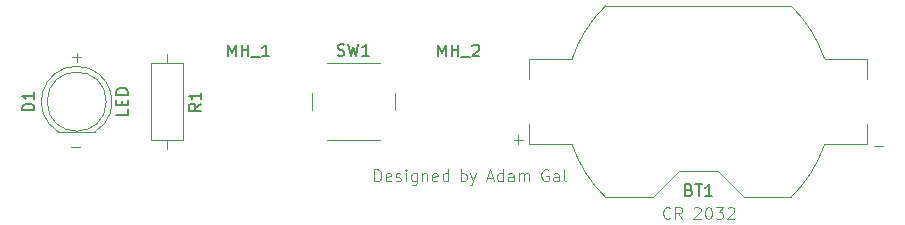
<source format=gbr>
%TF.GenerationSoftware,KiCad,Pcbnew,(7.0.0)*%
%TF.CreationDate,2023-02-26T22:34:47+01:00*%
%TF.ProjectId,Prj_1_LED_torch,50726a5f-315f-44c4-9544-5f746f726368,0.1*%
%TF.SameCoordinates,Original*%
%TF.FileFunction,Legend,Top*%
%TF.FilePolarity,Positive*%
%FSLAX46Y46*%
G04 Gerber Fmt 4.6, Leading zero omitted, Abs format (unit mm)*
G04 Created by KiCad (PCBNEW (7.0.0)) date 2023-02-26 22:34:47*
%MOMM*%
%LPD*%
G01*
G04 APERTURE LIST*
%ADD10C,0.100000*%
%ADD11C,0.150000*%
%ADD12C,0.120000*%
G04 APERTURE END LIST*
D10*
X176926904Y-149823571D02*
X176165000Y-149823571D01*
X145653095Y-149261428D02*
X146415000Y-149261428D01*
X146034047Y-149642380D02*
X146034047Y-148880476D01*
X108188095Y-149896428D02*
X108950000Y-149896428D01*
X158924523Y-155897142D02*
X158876904Y-155944761D01*
X158876904Y-155944761D02*
X158734047Y-155992380D01*
X158734047Y-155992380D02*
X158638809Y-155992380D01*
X158638809Y-155992380D02*
X158495952Y-155944761D01*
X158495952Y-155944761D02*
X158400714Y-155849523D01*
X158400714Y-155849523D02*
X158353095Y-155754285D01*
X158353095Y-155754285D02*
X158305476Y-155563809D01*
X158305476Y-155563809D02*
X158305476Y-155420952D01*
X158305476Y-155420952D02*
X158353095Y-155230476D01*
X158353095Y-155230476D02*
X158400714Y-155135238D01*
X158400714Y-155135238D02*
X158495952Y-155040000D01*
X158495952Y-155040000D02*
X158638809Y-154992380D01*
X158638809Y-154992380D02*
X158734047Y-154992380D01*
X158734047Y-154992380D02*
X158876904Y-155040000D01*
X158876904Y-155040000D02*
X158924523Y-155087619D01*
X159924523Y-155992380D02*
X159591190Y-155516190D01*
X159353095Y-155992380D02*
X159353095Y-154992380D01*
X159353095Y-154992380D02*
X159734047Y-154992380D01*
X159734047Y-154992380D02*
X159829285Y-155040000D01*
X159829285Y-155040000D02*
X159876904Y-155087619D01*
X159876904Y-155087619D02*
X159924523Y-155182857D01*
X159924523Y-155182857D02*
X159924523Y-155325714D01*
X159924523Y-155325714D02*
X159876904Y-155420952D01*
X159876904Y-155420952D02*
X159829285Y-155468571D01*
X159829285Y-155468571D02*
X159734047Y-155516190D01*
X159734047Y-155516190D02*
X159353095Y-155516190D01*
X160905476Y-155087619D02*
X160953095Y-155040000D01*
X160953095Y-155040000D02*
X161048333Y-154992380D01*
X161048333Y-154992380D02*
X161286428Y-154992380D01*
X161286428Y-154992380D02*
X161381666Y-155040000D01*
X161381666Y-155040000D02*
X161429285Y-155087619D01*
X161429285Y-155087619D02*
X161476904Y-155182857D01*
X161476904Y-155182857D02*
X161476904Y-155278095D01*
X161476904Y-155278095D02*
X161429285Y-155420952D01*
X161429285Y-155420952D02*
X160857857Y-155992380D01*
X160857857Y-155992380D02*
X161476904Y-155992380D01*
X162095952Y-154992380D02*
X162191190Y-154992380D01*
X162191190Y-154992380D02*
X162286428Y-155040000D01*
X162286428Y-155040000D02*
X162334047Y-155087619D01*
X162334047Y-155087619D02*
X162381666Y-155182857D01*
X162381666Y-155182857D02*
X162429285Y-155373333D01*
X162429285Y-155373333D02*
X162429285Y-155611428D01*
X162429285Y-155611428D02*
X162381666Y-155801904D01*
X162381666Y-155801904D02*
X162334047Y-155897142D01*
X162334047Y-155897142D02*
X162286428Y-155944761D01*
X162286428Y-155944761D02*
X162191190Y-155992380D01*
X162191190Y-155992380D02*
X162095952Y-155992380D01*
X162095952Y-155992380D02*
X162000714Y-155944761D01*
X162000714Y-155944761D02*
X161953095Y-155897142D01*
X161953095Y-155897142D02*
X161905476Y-155801904D01*
X161905476Y-155801904D02*
X161857857Y-155611428D01*
X161857857Y-155611428D02*
X161857857Y-155373333D01*
X161857857Y-155373333D02*
X161905476Y-155182857D01*
X161905476Y-155182857D02*
X161953095Y-155087619D01*
X161953095Y-155087619D02*
X162000714Y-155040000D01*
X162000714Y-155040000D02*
X162095952Y-154992380D01*
X162762619Y-154992380D02*
X163381666Y-154992380D01*
X163381666Y-154992380D02*
X163048333Y-155373333D01*
X163048333Y-155373333D02*
X163191190Y-155373333D01*
X163191190Y-155373333D02*
X163286428Y-155420952D01*
X163286428Y-155420952D02*
X163334047Y-155468571D01*
X163334047Y-155468571D02*
X163381666Y-155563809D01*
X163381666Y-155563809D02*
X163381666Y-155801904D01*
X163381666Y-155801904D02*
X163334047Y-155897142D01*
X163334047Y-155897142D02*
X163286428Y-155944761D01*
X163286428Y-155944761D02*
X163191190Y-155992380D01*
X163191190Y-155992380D02*
X162905476Y-155992380D01*
X162905476Y-155992380D02*
X162810238Y-155944761D01*
X162810238Y-155944761D02*
X162762619Y-155897142D01*
X163762619Y-155087619D02*
X163810238Y-155040000D01*
X163810238Y-155040000D02*
X163905476Y-154992380D01*
X163905476Y-154992380D02*
X164143571Y-154992380D01*
X164143571Y-154992380D02*
X164238809Y-155040000D01*
X164238809Y-155040000D02*
X164286428Y-155087619D01*
X164286428Y-155087619D02*
X164334047Y-155182857D01*
X164334047Y-155182857D02*
X164334047Y-155278095D01*
X164334047Y-155278095D02*
X164286428Y-155420952D01*
X164286428Y-155420952D02*
X163715000Y-155992380D01*
X163715000Y-155992380D02*
X164334047Y-155992380D01*
X108265018Y-142276428D02*
X109026923Y-142276428D01*
X108645970Y-142657380D02*
X108645970Y-141895476D01*
X133873981Y-152789997D02*
X133873981Y-151789997D01*
X133873981Y-151789997D02*
X134112076Y-151789997D01*
X134112076Y-151789997D02*
X134254933Y-151837617D01*
X134254933Y-151837617D02*
X134350171Y-151932855D01*
X134350171Y-151932855D02*
X134397790Y-152028093D01*
X134397790Y-152028093D02*
X134445409Y-152218569D01*
X134445409Y-152218569D02*
X134445409Y-152361426D01*
X134445409Y-152361426D02*
X134397790Y-152551902D01*
X134397790Y-152551902D02*
X134350171Y-152647140D01*
X134350171Y-152647140D02*
X134254933Y-152742378D01*
X134254933Y-152742378D02*
X134112076Y-152789997D01*
X134112076Y-152789997D02*
X133873981Y-152789997D01*
X135254933Y-152742378D02*
X135159695Y-152789997D01*
X135159695Y-152789997D02*
X134969219Y-152789997D01*
X134969219Y-152789997D02*
X134873981Y-152742378D01*
X134873981Y-152742378D02*
X134826362Y-152647140D01*
X134826362Y-152647140D02*
X134826362Y-152266188D01*
X134826362Y-152266188D02*
X134873981Y-152170950D01*
X134873981Y-152170950D02*
X134969219Y-152123331D01*
X134969219Y-152123331D02*
X135159695Y-152123331D01*
X135159695Y-152123331D02*
X135254933Y-152170950D01*
X135254933Y-152170950D02*
X135302552Y-152266188D01*
X135302552Y-152266188D02*
X135302552Y-152361426D01*
X135302552Y-152361426D02*
X134826362Y-152456664D01*
X135683505Y-152742378D02*
X135778743Y-152789997D01*
X135778743Y-152789997D02*
X135969219Y-152789997D01*
X135969219Y-152789997D02*
X136064457Y-152742378D01*
X136064457Y-152742378D02*
X136112076Y-152647140D01*
X136112076Y-152647140D02*
X136112076Y-152599521D01*
X136112076Y-152599521D02*
X136064457Y-152504283D01*
X136064457Y-152504283D02*
X135969219Y-152456664D01*
X135969219Y-152456664D02*
X135826362Y-152456664D01*
X135826362Y-152456664D02*
X135731124Y-152409045D01*
X135731124Y-152409045D02*
X135683505Y-152313807D01*
X135683505Y-152313807D02*
X135683505Y-152266188D01*
X135683505Y-152266188D02*
X135731124Y-152170950D01*
X135731124Y-152170950D02*
X135826362Y-152123331D01*
X135826362Y-152123331D02*
X135969219Y-152123331D01*
X135969219Y-152123331D02*
X136064457Y-152170950D01*
X136540648Y-152789997D02*
X136540648Y-152123331D01*
X136540648Y-151789997D02*
X136493029Y-151837617D01*
X136493029Y-151837617D02*
X136540648Y-151885236D01*
X136540648Y-151885236D02*
X136588267Y-151837617D01*
X136588267Y-151837617D02*
X136540648Y-151789997D01*
X136540648Y-151789997D02*
X136540648Y-151885236D01*
X137445409Y-152123331D02*
X137445409Y-152932855D01*
X137445409Y-152932855D02*
X137397790Y-153028093D01*
X137397790Y-153028093D02*
X137350171Y-153075712D01*
X137350171Y-153075712D02*
X137254933Y-153123331D01*
X137254933Y-153123331D02*
X137112076Y-153123331D01*
X137112076Y-153123331D02*
X137016838Y-153075712D01*
X137445409Y-152742378D02*
X137350171Y-152789997D01*
X137350171Y-152789997D02*
X137159695Y-152789997D01*
X137159695Y-152789997D02*
X137064457Y-152742378D01*
X137064457Y-152742378D02*
X137016838Y-152694759D01*
X137016838Y-152694759D02*
X136969219Y-152599521D01*
X136969219Y-152599521D02*
X136969219Y-152313807D01*
X136969219Y-152313807D02*
X137016838Y-152218569D01*
X137016838Y-152218569D02*
X137064457Y-152170950D01*
X137064457Y-152170950D02*
X137159695Y-152123331D01*
X137159695Y-152123331D02*
X137350171Y-152123331D01*
X137350171Y-152123331D02*
X137445409Y-152170950D01*
X137921600Y-152123331D02*
X137921600Y-152789997D01*
X137921600Y-152218569D02*
X137969219Y-152170950D01*
X137969219Y-152170950D02*
X138064457Y-152123331D01*
X138064457Y-152123331D02*
X138207314Y-152123331D01*
X138207314Y-152123331D02*
X138302552Y-152170950D01*
X138302552Y-152170950D02*
X138350171Y-152266188D01*
X138350171Y-152266188D02*
X138350171Y-152789997D01*
X139207314Y-152742378D02*
X139112076Y-152789997D01*
X139112076Y-152789997D02*
X138921600Y-152789997D01*
X138921600Y-152789997D02*
X138826362Y-152742378D01*
X138826362Y-152742378D02*
X138778743Y-152647140D01*
X138778743Y-152647140D02*
X138778743Y-152266188D01*
X138778743Y-152266188D02*
X138826362Y-152170950D01*
X138826362Y-152170950D02*
X138921600Y-152123331D01*
X138921600Y-152123331D02*
X139112076Y-152123331D01*
X139112076Y-152123331D02*
X139207314Y-152170950D01*
X139207314Y-152170950D02*
X139254933Y-152266188D01*
X139254933Y-152266188D02*
X139254933Y-152361426D01*
X139254933Y-152361426D02*
X138778743Y-152456664D01*
X140112076Y-152789997D02*
X140112076Y-151789997D01*
X140112076Y-152742378D02*
X140016838Y-152789997D01*
X140016838Y-152789997D02*
X139826362Y-152789997D01*
X139826362Y-152789997D02*
X139731124Y-152742378D01*
X139731124Y-152742378D02*
X139683505Y-152694759D01*
X139683505Y-152694759D02*
X139635886Y-152599521D01*
X139635886Y-152599521D02*
X139635886Y-152313807D01*
X139635886Y-152313807D02*
X139683505Y-152218569D01*
X139683505Y-152218569D02*
X139731124Y-152170950D01*
X139731124Y-152170950D02*
X139826362Y-152123331D01*
X139826362Y-152123331D02*
X140016838Y-152123331D01*
X140016838Y-152123331D02*
X140112076Y-152170950D01*
X141188267Y-152789997D02*
X141188267Y-151789997D01*
X141188267Y-152170950D02*
X141283505Y-152123331D01*
X141283505Y-152123331D02*
X141473981Y-152123331D01*
X141473981Y-152123331D02*
X141569219Y-152170950D01*
X141569219Y-152170950D02*
X141616838Y-152218569D01*
X141616838Y-152218569D02*
X141664457Y-152313807D01*
X141664457Y-152313807D02*
X141664457Y-152599521D01*
X141664457Y-152599521D02*
X141616838Y-152694759D01*
X141616838Y-152694759D02*
X141569219Y-152742378D01*
X141569219Y-152742378D02*
X141473981Y-152789997D01*
X141473981Y-152789997D02*
X141283505Y-152789997D01*
X141283505Y-152789997D02*
X141188267Y-152742378D01*
X141997791Y-152123331D02*
X142235886Y-152789997D01*
X142473981Y-152123331D02*
X142235886Y-152789997D01*
X142235886Y-152789997D02*
X142140648Y-153028093D01*
X142140648Y-153028093D02*
X142093029Y-153075712D01*
X142093029Y-153075712D02*
X141997791Y-153123331D01*
X143407315Y-152504283D02*
X143883505Y-152504283D01*
X143312077Y-152789997D02*
X143645410Y-151789997D01*
X143645410Y-151789997D02*
X143978743Y-152789997D01*
X144740648Y-152789997D02*
X144740648Y-151789997D01*
X144740648Y-152742378D02*
X144645410Y-152789997D01*
X144645410Y-152789997D02*
X144454934Y-152789997D01*
X144454934Y-152789997D02*
X144359696Y-152742378D01*
X144359696Y-152742378D02*
X144312077Y-152694759D01*
X144312077Y-152694759D02*
X144264458Y-152599521D01*
X144264458Y-152599521D02*
X144264458Y-152313807D01*
X144264458Y-152313807D02*
X144312077Y-152218569D01*
X144312077Y-152218569D02*
X144359696Y-152170950D01*
X144359696Y-152170950D02*
X144454934Y-152123331D01*
X144454934Y-152123331D02*
X144645410Y-152123331D01*
X144645410Y-152123331D02*
X144740648Y-152170950D01*
X145645410Y-152789997D02*
X145645410Y-152266188D01*
X145645410Y-152266188D02*
X145597791Y-152170950D01*
X145597791Y-152170950D02*
X145502553Y-152123331D01*
X145502553Y-152123331D02*
X145312077Y-152123331D01*
X145312077Y-152123331D02*
X145216839Y-152170950D01*
X145645410Y-152742378D02*
X145550172Y-152789997D01*
X145550172Y-152789997D02*
X145312077Y-152789997D01*
X145312077Y-152789997D02*
X145216839Y-152742378D01*
X145216839Y-152742378D02*
X145169220Y-152647140D01*
X145169220Y-152647140D02*
X145169220Y-152551902D01*
X145169220Y-152551902D02*
X145216839Y-152456664D01*
X145216839Y-152456664D02*
X145312077Y-152409045D01*
X145312077Y-152409045D02*
X145550172Y-152409045D01*
X145550172Y-152409045D02*
X145645410Y-152361426D01*
X146121601Y-152789997D02*
X146121601Y-152123331D01*
X146121601Y-152218569D02*
X146169220Y-152170950D01*
X146169220Y-152170950D02*
X146264458Y-152123331D01*
X146264458Y-152123331D02*
X146407315Y-152123331D01*
X146407315Y-152123331D02*
X146502553Y-152170950D01*
X146502553Y-152170950D02*
X146550172Y-152266188D01*
X146550172Y-152266188D02*
X146550172Y-152789997D01*
X146550172Y-152266188D02*
X146597791Y-152170950D01*
X146597791Y-152170950D02*
X146693029Y-152123331D01*
X146693029Y-152123331D02*
X146835886Y-152123331D01*
X146835886Y-152123331D02*
X146931125Y-152170950D01*
X146931125Y-152170950D02*
X146978744Y-152266188D01*
X146978744Y-152266188D02*
X146978744Y-152789997D01*
X148578743Y-151837617D02*
X148483505Y-151789997D01*
X148483505Y-151789997D02*
X148340648Y-151789997D01*
X148340648Y-151789997D02*
X148197791Y-151837617D01*
X148197791Y-151837617D02*
X148102553Y-151932855D01*
X148102553Y-151932855D02*
X148054934Y-152028093D01*
X148054934Y-152028093D02*
X148007315Y-152218569D01*
X148007315Y-152218569D02*
X148007315Y-152361426D01*
X148007315Y-152361426D02*
X148054934Y-152551902D01*
X148054934Y-152551902D02*
X148102553Y-152647140D01*
X148102553Y-152647140D02*
X148197791Y-152742378D01*
X148197791Y-152742378D02*
X148340648Y-152789997D01*
X148340648Y-152789997D02*
X148435886Y-152789997D01*
X148435886Y-152789997D02*
X148578743Y-152742378D01*
X148578743Y-152742378D02*
X148626362Y-152694759D01*
X148626362Y-152694759D02*
X148626362Y-152361426D01*
X148626362Y-152361426D02*
X148435886Y-152361426D01*
X149483505Y-152789997D02*
X149483505Y-152266188D01*
X149483505Y-152266188D02*
X149435886Y-152170950D01*
X149435886Y-152170950D02*
X149340648Y-152123331D01*
X149340648Y-152123331D02*
X149150172Y-152123331D01*
X149150172Y-152123331D02*
X149054934Y-152170950D01*
X149483505Y-152742378D02*
X149388267Y-152789997D01*
X149388267Y-152789997D02*
X149150172Y-152789997D01*
X149150172Y-152789997D02*
X149054934Y-152742378D01*
X149054934Y-152742378D02*
X149007315Y-152647140D01*
X149007315Y-152647140D02*
X149007315Y-152551902D01*
X149007315Y-152551902D02*
X149054934Y-152456664D01*
X149054934Y-152456664D02*
X149150172Y-152409045D01*
X149150172Y-152409045D02*
X149388267Y-152409045D01*
X149388267Y-152409045D02*
X149483505Y-152361426D01*
X150102553Y-152789997D02*
X150007315Y-152742378D01*
X150007315Y-152742378D02*
X149959696Y-152647140D01*
X149959696Y-152647140D02*
X149959696Y-151789997D01*
D11*
%TO.C,MH_1*%
X121475714Y-142217380D02*
X121475714Y-141217380D01*
X121475714Y-141217380D02*
X121809047Y-141931666D01*
X121809047Y-141931666D02*
X122142380Y-141217380D01*
X122142380Y-141217380D02*
X122142380Y-142217380D01*
X122618571Y-142217380D02*
X122618571Y-141217380D01*
X122618571Y-141693571D02*
X123189999Y-141693571D01*
X123189999Y-142217380D02*
X123189999Y-141217380D01*
X123428095Y-142312619D02*
X124189999Y-142312619D01*
X124951904Y-142217380D02*
X124380476Y-142217380D01*
X124666190Y-142217380D02*
X124666190Y-141217380D01*
X124666190Y-141217380D02*
X124570952Y-141360238D01*
X124570952Y-141360238D02*
X124475714Y-141455476D01*
X124475714Y-141455476D02*
X124380476Y-141503095D01*
%TO.C,MH_2*%
X139255714Y-142217380D02*
X139255714Y-141217380D01*
X139255714Y-141217380D02*
X139589047Y-141931666D01*
X139589047Y-141931666D02*
X139922380Y-141217380D01*
X139922380Y-141217380D02*
X139922380Y-142217380D01*
X140398571Y-142217380D02*
X140398571Y-141217380D01*
X140398571Y-141693571D02*
X140969999Y-141693571D01*
X140969999Y-142217380D02*
X140969999Y-141217380D01*
X141208095Y-142312619D02*
X141969999Y-142312619D01*
X142160476Y-141312619D02*
X142208095Y-141265000D01*
X142208095Y-141265000D02*
X142303333Y-141217380D01*
X142303333Y-141217380D02*
X142541428Y-141217380D01*
X142541428Y-141217380D02*
X142636666Y-141265000D01*
X142636666Y-141265000D02*
X142684285Y-141312619D01*
X142684285Y-141312619D02*
X142731904Y-141407857D01*
X142731904Y-141407857D02*
X142731904Y-141503095D01*
X142731904Y-141503095D02*
X142684285Y-141645952D01*
X142684285Y-141645952D02*
X142112857Y-142217380D01*
X142112857Y-142217380D02*
X142731904Y-142217380D01*
%TO.C,SW1*%
X130746667Y-142119761D02*
X130889524Y-142167380D01*
X130889524Y-142167380D02*
X131127619Y-142167380D01*
X131127619Y-142167380D02*
X131222857Y-142119761D01*
X131222857Y-142119761D02*
X131270476Y-142072142D01*
X131270476Y-142072142D02*
X131318095Y-141976904D01*
X131318095Y-141976904D02*
X131318095Y-141881666D01*
X131318095Y-141881666D02*
X131270476Y-141786428D01*
X131270476Y-141786428D02*
X131222857Y-141738809D01*
X131222857Y-141738809D02*
X131127619Y-141691190D01*
X131127619Y-141691190D02*
X130937143Y-141643571D01*
X130937143Y-141643571D02*
X130841905Y-141595952D01*
X130841905Y-141595952D02*
X130794286Y-141548333D01*
X130794286Y-141548333D02*
X130746667Y-141453095D01*
X130746667Y-141453095D02*
X130746667Y-141357857D01*
X130746667Y-141357857D02*
X130794286Y-141262619D01*
X130794286Y-141262619D02*
X130841905Y-141215000D01*
X130841905Y-141215000D02*
X130937143Y-141167380D01*
X130937143Y-141167380D02*
X131175238Y-141167380D01*
X131175238Y-141167380D02*
X131318095Y-141215000D01*
X131651429Y-141167380D02*
X131889524Y-142167380D01*
X131889524Y-142167380D02*
X132080000Y-141453095D01*
X132080000Y-141453095D02*
X132270476Y-142167380D01*
X132270476Y-142167380D02*
X132508572Y-141167380D01*
X133413333Y-142167380D02*
X132841905Y-142167380D01*
X133127619Y-142167380D02*
X133127619Y-141167380D01*
X133127619Y-141167380D02*
X133032381Y-141310238D01*
X133032381Y-141310238D02*
X132937143Y-141405476D01*
X132937143Y-141405476D02*
X132841905Y-141453095D01*
%TO.C,BT1*%
X160504285Y-153513571D02*
X160647142Y-153561190D01*
X160647142Y-153561190D02*
X160694761Y-153608809D01*
X160694761Y-153608809D02*
X160742380Y-153704047D01*
X160742380Y-153704047D02*
X160742380Y-153846904D01*
X160742380Y-153846904D02*
X160694761Y-153942142D01*
X160694761Y-153942142D02*
X160647142Y-153989761D01*
X160647142Y-153989761D02*
X160551904Y-154037380D01*
X160551904Y-154037380D02*
X160170952Y-154037380D01*
X160170952Y-154037380D02*
X160170952Y-153037380D01*
X160170952Y-153037380D02*
X160504285Y-153037380D01*
X160504285Y-153037380D02*
X160599523Y-153085000D01*
X160599523Y-153085000D02*
X160647142Y-153132619D01*
X160647142Y-153132619D02*
X160694761Y-153227857D01*
X160694761Y-153227857D02*
X160694761Y-153323095D01*
X160694761Y-153323095D02*
X160647142Y-153418333D01*
X160647142Y-153418333D02*
X160599523Y-153465952D01*
X160599523Y-153465952D02*
X160504285Y-153513571D01*
X160504285Y-153513571D02*
X160170952Y-153513571D01*
X161028095Y-153037380D02*
X161599523Y-153037380D01*
X161313809Y-154037380D02*
X161313809Y-153037380D01*
X162456666Y-154037380D02*
X161885238Y-154037380D01*
X162170952Y-154037380D02*
X162170952Y-153037380D01*
X162170952Y-153037380D02*
X162075714Y-153180238D01*
X162075714Y-153180238D02*
X161980476Y-153275476D01*
X161980476Y-153275476D02*
X161885238Y-153323095D01*
%TO.C,D1*%
X105067380Y-146788094D02*
X104067380Y-146788094D01*
X104067380Y-146788094D02*
X104067380Y-146549999D01*
X104067380Y-146549999D02*
X104115000Y-146407142D01*
X104115000Y-146407142D02*
X104210238Y-146311904D01*
X104210238Y-146311904D02*
X104305476Y-146264285D01*
X104305476Y-146264285D02*
X104495952Y-146216666D01*
X104495952Y-146216666D02*
X104638809Y-146216666D01*
X104638809Y-146216666D02*
X104829285Y-146264285D01*
X104829285Y-146264285D02*
X104924523Y-146311904D01*
X104924523Y-146311904D02*
X105019761Y-146407142D01*
X105019761Y-146407142D02*
X105067380Y-146549999D01*
X105067380Y-146549999D02*
X105067380Y-146788094D01*
X105067380Y-145264285D02*
X105067380Y-145835713D01*
X105067380Y-145549999D02*
X104067380Y-145549999D01*
X104067380Y-145549999D02*
X104210238Y-145645237D01*
X104210238Y-145645237D02*
X104305476Y-145740475D01*
X104305476Y-145740475D02*
X104353095Y-145835713D01*
X112987380Y-146692857D02*
X112987380Y-147169047D01*
X112987380Y-147169047D02*
X111987380Y-147169047D01*
X112463571Y-146359523D02*
X112463571Y-146026190D01*
X112987380Y-145883333D02*
X112987380Y-146359523D01*
X112987380Y-146359523D02*
X111987380Y-146359523D01*
X111987380Y-146359523D02*
X111987380Y-145883333D01*
X112987380Y-145454761D02*
X111987380Y-145454761D01*
X111987380Y-145454761D02*
X111987380Y-145216666D01*
X111987380Y-145216666D02*
X112035000Y-145073809D01*
X112035000Y-145073809D02*
X112130238Y-144978571D01*
X112130238Y-144978571D02*
X112225476Y-144930952D01*
X112225476Y-144930952D02*
X112415952Y-144883333D01*
X112415952Y-144883333D02*
X112558809Y-144883333D01*
X112558809Y-144883333D02*
X112749285Y-144930952D01*
X112749285Y-144930952D02*
X112844523Y-144978571D01*
X112844523Y-144978571D02*
X112939761Y-145073809D01*
X112939761Y-145073809D02*
X112987380Y-145216666D01*
X112987380Y-145216666D02*
X112987380Y-145454761D01*
%TO.C,R1*%
X119163785Y-146239036D02*
X118687595Y-146572369D01*
X119163785Y-146810464D02*
X118163785Y-146810464D01*
X118163785Y-146810464D02*
X118163785Y-146429512D01*
X118163785Y-146429512D02*
X118211405Y-146334274D01*
X118211405Y-146334274D02*
X118259024Y-146286655D01*
X118259024Y-146286655D02*
X118354262Y-146239036D01*
X118354262Y-146239036D02*
X118497119Y-146239036D01*
X118497119Y-146239036D02*
X118592357Y-146286655D01*
X118592357Y-146286655D02*
X118639976Y-146334274D01*
X118639976Y-146334274D02*
X118687595Y-146429512D01*
X118687595Y-146429512D02*
X118687595Y-146810464D01*
X119163785Y-145286655D02*
X119163785Y-145858083D01*
X119163785Y-145572369D02*
X118163785Y-145572369D01*
X118163785Y-145572369D02*
X118306643Y-145667607D01*
X118306643Y-145667607D02*
X118401881Y-145762845D01*
X118401881Y-145762845D02*
X118449500Y-145858083D01*
D12*
%TO.C,SW1*%
X128580000Y-145300000D02*
X128580000Y-146800000D01*
X129830000Y-149300000D02*
X134330000Y-149300000D01*
X134330000Y-142800000D02*
X129830000Y-142800000D01*
X135580000Y-146800000D02*
X135580000Y-145300000D01*
%TO.C,BT1*%
X146980000Y-142440000D02*
X150598000Y-142440000D01*
X146980000Y-144150000D02*
X146980000Y-142440000D01*
X146980000Y-147950000D02*
X146980000Y-149660000D01*
X150598000Y-149660000D02*
X146980000Y-149660000D01*
X153442700Y-137940000D02*
X169137300Y-137940000D01*
X157430000Y-154160000D02*
X153442700Y-154160000D01*
X159630000Y-151960000D02*
X157430000Y-154160000D01*
X162950000Y-151960000D02*
X159630000Y-151960000D01*
X162950000Y-151960000D02*
X165150000Y-154160000D01*
X169137300Y-154160000D02*
X165150000Y-154160000D01*
X171982000Y-142440000D02*
X175600000Y-142440000D01*
X175600000Y-144150000D02*
X175600000Y-142440000D01*
X175600000Y-147950000D02*
X175600000Y-149660000D01*
X175600000Y-149660000D02*
X171982000Y-149660000D01*
X153444629Y-137938211D02*
G75*
G03*
X150598001Y-142440000I7845391J-8111799D01*
G01*
X150598000Y-149660000D02*
G75*
G03*
X153444629Y-154161789I10691995J3609996D01*
G01*
X171982000Y-142440000D02*
G75*
G03*
X169135371Y-137938211I-10692000J-3610000D01*
G01*
X169135371Y-154161789D02*
G75*
G03*
X171982000Y-149660000I-7845391J8111801D01*
G01*
%TO.C,D1*%
X107115000Y-148610000D02*
X110205000Y-148610000D01*
X108660462Y-143060001D02*
G75*
G03*
X107115170Y-148609999I-462J-2989999D01*
G01*
X110204830Y-148610000D02*
G75*
G03*
X108659538Y-143060000I-1544830J2560000D01*
G01*
X111160000Y-146050000D02*
G75*
G03*
X111160000Y-146050000I-2500000J0D01*
G01*
%TO.C,R1*%
X116280000Y-150090000D02*
X116280000Y-149320000D01*
X114910000Y-149320000D02*
X117650000Y-149320000D01*
X117650000Y-149320000D02*
X117650000Y-142780000D01*
X114910000Y-142780000D02*
X114910000Y-149320000D01*
X117650000Y-142780000D02*
X114910000Y-142780000D01*
X116280000Y-142010000D02*
X116280000Y-142780000D01*
%TD*%
M02*

</source>
